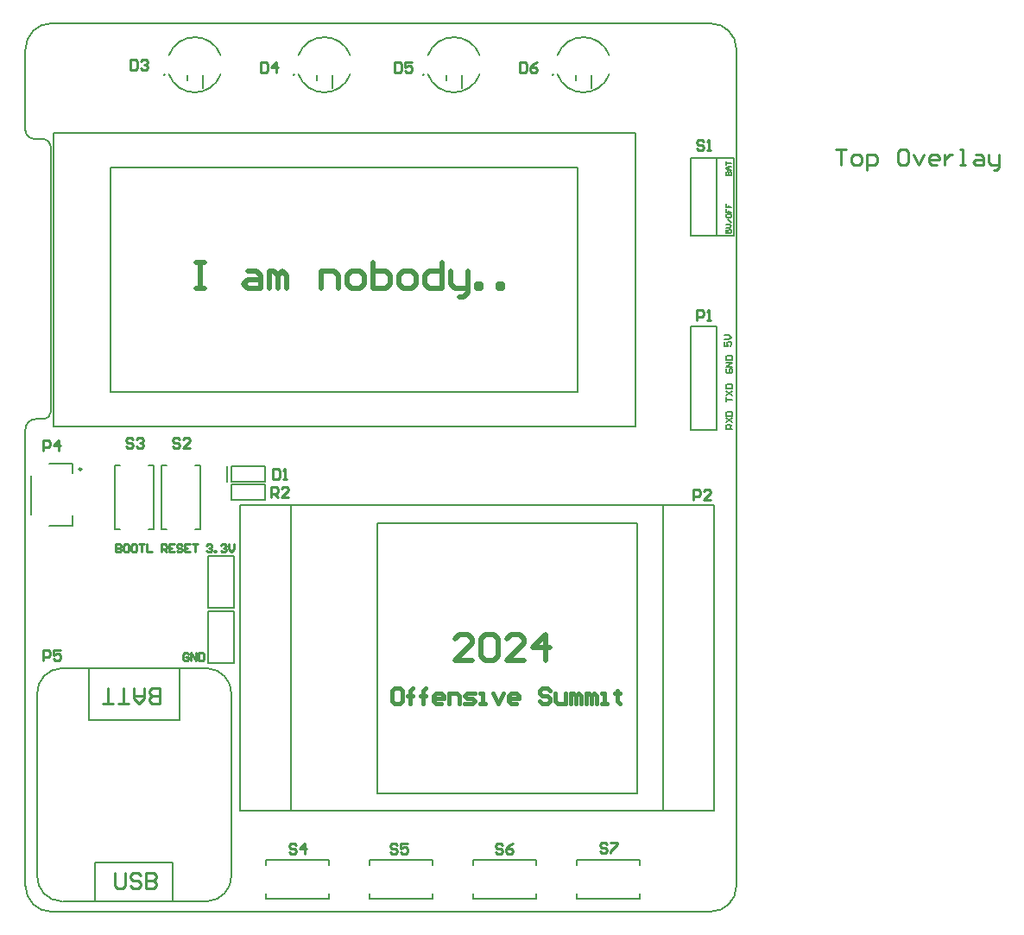
<source format=gto>
G04 Layer_Color=65535*
%FSLAX25Y25*%
%MOIN*%
G70*
G01*
G75*
%ADD13C,0.00800*%
%ADD14C,0.02000*%
%ADD15C,0.01500*%
%ADD16C,0.01000*%
%ADD17C,0.00799*%
%ADD45C,0.00984*%
%ADD46C,0.00787*%
%ADD47C,0.00500*%
D13*
X225355Y207227D02*
G03*
X205397Y207194I-9973J-3727D01*
G01*
X205385Y199838D02*
G03*
X225355Y199773I9997J3662D01*
G01*
X203882Y199600D02*
G03*
X203882Y199600I-300J0D01*
G01*
X153882D02*
G03*
X153882Y199600I-300J0D01*
G01*
X155385Y199838D02*
G03*
X175355Y199773I9997J3662D01*
G01*
Y207227D02*
G03*
X155397Y207194I-9973J-3727D01*
G01*
X125355Y207227D02*
G03*
X105397Y207194I-9973J-3727D01*
G01*
X105385Y199838D02*
G03*
X125355Y199773I9997J3662D01*
G01*
X103882Y199600D02*
G03*
X103882Y199600I-300J0D01*
G01*
X53882D02*
G03*
X53882Y199600I-300J0D01*
G01*
X55385Y199838D02*
G03*
X75354Y199773I9997J3662D01*
G01*
Y207227D02*
G03*
X55397Y207194I-9973J-3727D01*
G01*
X13875Y-29500D02*
G03*
X4500Y-39500I313J-9687D01*
G01*
Y-109500D02*
G03*
X13875Y-119500I9687J-313D01*
G01*
X70125D02*
G03*
X79500Y-109500I-313J9687D01*
G01*
Y-39500D02*
G03*
X70125Y-29500I-9687J313D01*
G01*
X102520Y-84555D02*
Y33555D01*
X246220Y-84555D02*
Y33555D01*
X82835D02*
X265905D01*
X82835Y-84555D02*
Y33555D01*
Y-84555D02*
X265905D01*
Y33555D01*
X135748Y26665D02*
X236142D01*
X135748Y-77665D02*
Y26665D01*
Y-77665D02*
X236142D01*
Y26665D01*
X24500Y-49500D02*
Y-29500D01*
Y-49500D02*
X59500D01*
Y-29500D01*
X27000Y-119500D02*
Y-104500D01*
X57000D01*
Y-119500D02*
Y-104500D01*
X4445Y-109685D02*
X4492Y-39591D01*
X14500Y-119500D02*
X70125D01*
X13875Y-29500D02*
X70125D01*
X79512Y-39319D02*
X79516Y-109500D01*
X92500Y42500D02*
Y48500D01*
X79500Y42500D02*
Y48500D01*
X92500D01*
X79500Y42500D02*
X92500D01*
X78000D02*
Y48500D01*
X79500Y41500D02*
X92500D01*
Y35500D02*
Y41500D01*
X79500Y35500D02*
X92500D01*
X79500D02*
Y41500D01*
X212795Y-118480D02*
Y-116512D01*
Y-105488D02*
Y-103520D01*
X237205Y-118480D02*
Y-116512D01*
Y-105488D02*
Y-103520D01*
X212795D02*
X237205D01*
X212795Y-118480D02*
X237205D01*
X10953Y177193D02*
X235363D01*
X273480Y137500D02*
Y167500D01*
X157205Y-105488D02*
Y-103520D01*
Y-118480D02*
Y-116512D01*
X132795Y-105488D02*
Y-103520D01*
Y-118480D02*
Y-116512D01*
Y-118480D02*
X157205D01*
X132795Y-103520D02*
X157205D01*
X117205Y-105488D02*
Y-103520D01*
Y-118480D02*
Y-116512D01*
X92795Y-105488D02*
Y-103520D01*
Y-118480D02*
Y-116512D01*
Y-118480D02*
X117205D01*
X92795Y-103520D02*
X117205D01*
X52520Y48705D02*
X54488D01*
X65512D02*
X67480D01*
X52520Y24295D02*
X54488D01*
X65512D02*
X67480D01*
Y48705D01*
X52520Y24295D02*
Y48705D01*
X47512Y24295D02*
X49480D01*
X34520D02*
X36488D01*
X47512Y48705D02*
X49480D01*
X34520D02*
X36488D01*
X34520Y24295D02*
Y48705D01*
X49480Y24295D02*
Y48705D01*
X172795Y-118480D02*
Y-116512D01*
Y-105488D02*
Y-103520D01*
X197205Y-118480D02*
Y-116512D01*
Y-105488D02*
Y-103520D01*
X172795D02*
X197205D01*
X172795Y-118480D02*
X197205D01*
X264500Y-123500D02*
G03*
X274500Y-113500I0J10000D01*
G01*
X274500Y209500D02*
G03*
X264500Y219500I-10000J0D01*
G01*
X10000Y219500D02*
G03*
X0Y209500I0J-10000D01*
G01*
Y-113500D02*
G03*
X10000Y-123500I10000J0D01*
G01*
X0Y178300D02*
G03*
X3400Y174900I3400J0D01*
G01*
X9800Y171500D02*
G03*
X6400Y174900I-3400J0D01*
G01*
X4000Y66700D02*
G03*
X0Y62700I0J-4000D01*
G01*
X7000Y66700D02*
G03*
X9800Y69500I0J2800D01*
G01*
X274500Y-113500D02*
Y209500D01*
X10000Y-123500D02*
X264500D01*
X0Y-113500D02*
Y62700D01*
X9800Y69500D02*
Y171500D01*
X0Y178300D02*
Y209500D01*
D14*
X172664Y-26500D02*
X166000D01*
X172664Y-19836D01*
Y-18169D01*
X170998Y-16503D01*
X167666D01*
X166000Y-18169D01*
X175997D02*
X177663Y-16503D01*
X180995D01*
X182661Y-18169D01*
Y-24834D01*
X180995Y-26500D01*
X177663D01*
X175997Y-24834D01*
Y-18169D01*
X192658Y-26500D02*
X185994D01*
X192658Y-19836D01*
Y-18169D01*
X190992Y-16503D01*
X187660D01*
X185994Y-18169D01*
X200989Y-26500D02*
Y-16503D01*
X195990Y-21502D01*
X202655D01*
X66000Y127329D02*
X69332D01*
X67666D01*
Y117332D01*
X66000D01*
X69332D01*
X85993Y123997D02*
X89326D01*
X90992Y122331D01*
Y117332D01*
X85993D01*
X84327Y118998D01*
X85993Y120665D01*
X90992D01*
X94324Y117332D02*
Y123997D01*
X95990D01*
X97656Y122331D01*
Y117332D01*
Y122331D01*
X99323Y123997D01*
X100989Y122331D01*
Y117332D01*
X114318D02*
Y123997D01*
X119316D01*
X120982Y122331D01*
Y117332D01*
X125981D02*
X129313D01*
X130979Y118998D01*
Y122331D01*
X129313Y123997D01*
X125981D01*
X124314Y122331D01*
Y118998D01*
X125981Y117332D01*
X134311Y127329D02*
Y117332D01*
X139310D01*
X140976Y118998D01*
Y120665D01*
Y122331D01*
X139310Y123997D01*
X134311D01*
X145974Y117332D02*
X149306D01*
X150972Y118998D01*
Y122331D01*
X149306Y123997D01*
X145974D01*
X144308Y122331D01*
Y118998D01*
X145974Y117332D01*
X160969Y127329D02*
Y117332D01*
X155971D01*
X154305Y118998D01*
Y122331D01*
X155971Y123997D01*
X160969D01*
X164302D02*
Y118998D01*
X165968Y117332D01*
X170966D01*
Y115666D01*
X169300Y114000D01*
X167634D01*
X170966Y117332D02*
Y123997D01*
X174298Y117332D02*
Y118998D01*
X175964D01*
Y117332D01*
X174298D01*
X182629D02*
Y118998D01*
X184295D01*
Y117332D01*
X182629D01*
D15*
X144499Y-37002D02*
X142500D01*
X141500Y-38002D01*
Y-42000D01*
X142500Y-43000D01*
X144499D01*
X145499Y-42000D01*
Y-38002D01*
X144499Y-37002D01*
X148498Y-43000D02*
Y-38002D01*
Y-40001D01*
X147498D01*
X149497D01*
X148498D01*
Y-38002D01*
X149497Y-37002D01*
X153496Y-43000D02*
Y-38002D01*
Y-40001D01*
X152496D01*
X154496D01*
X153496D01*
Y-38002D01*
X154496Y-37002D01*
X160494Y-43000D02*
X158494D01*
X157495Y-42000D01*
Y-40001D01*
X158494Y-39001D01*
X160494D01*
X161494Y-40001D01*
Y-41001D01*
X157495D01*
X163493Y-43000D02*
Y-39001D01*
X166492D01*
X167492Y-40001D01*
Y-43000D01*
X169491D02*
X172490D01*
X173490Y-42000D01*
X172490Y-41001D01*
X170491D01*
X169491Y-40001D01*
X170491Y-39001D01*
X173490D01*
X175489Y-43000D02*
X177488D01*
X176489D01*
Y-39001D01*
X175489D01*
X180487D02*
X182487Y-43000D01*
X184486Y-39001D01*
X189485Y-43000D02*
X187485D01*
X186485Y-42000D01*
Y-40001D01*
X187485Y-39001D01*
X189485D01*
X190484Y-40001D01*
Y-41001D01*
X186485D01*
X202480Y-38002D02*
X201481Y-37002D01*
X199481D01*
X198482Y-38002D01*
Y-39001D01*
X199481Y-40001D01*
X201481D01*
X202480Y-41001D01*
Y-42000D01*
X201481Y-43000D01*
X199481D01*
X198482Y-42000D01*
X204480Y-39001D02*
Y-42000D01*
X205479Y-43000D01*
X208478D01*
Y-39001D01*
X210478Y-43000D02*
Y-39001D01*
X211477D01*
X212477Y-40001D01*
Y-43000D01*
Y-40001D01*
X213477Y-39001D01*
X214476Y-40001D01*
Y-43000D01*
X216476D02*
Y-39001D01*
X217475D01*
X218475Y-40001D01*
Y-43000D01*
Y-40001D01*
X219475Y-39001D01*
X220474Y-40001D01*
Y-43000D01*
X222474D02*
X224473D01*
X223474D01*
Y-39001D01*
X222474D01*
X228472Y-38002D02*
Y-39001D01*
X227472D01*
X229471D01*
X228472D01*
Y-42000D01*
X229471Y-43000D01*
D16*
X70000Y17999D02*
X70500Y18499D01*
X71500D01*
X71999Y17999D01*
Y17499D01*
X71500Y16999D01*
X71000D01*
X71500D01*
X71999Y16500D01*
Y16000D01*
X71500Y15500D01*
X70500D01*
X70000Y16000D01*
X72999Y15500D02*
Y16000D01*
X73499D01*
Y15500D01*
X72999D01*
X75498Y17999D02*
X75998Y18499D01*
X76998D01*
X77498Y17999D01*
Y17499D01*
X76998Y16999D01*
X76498D01*
X76998D01*
X77498Y16500D01*
Y16000D01*
X76998Y15500D01*
X75998D01*
X75498Y16000D01*
X78497Y18499D02*
Y16500D01*
X79497Y15500D01*
X80497Y16500D01*
Y18499D01*
X62999Y-24001D02*
X62499Y-23501D01*
X61500D01*
X61000Y-24001D01*
Y-26000D01*
X61500Y-26500D01*
X62499D01*
X62999Y-26000D01*
Y-25001D01*
X62000D01*
X63999Y-26500D02*
Y-23501D01*
X65998Y-26500D01*
Y-23501D01*
X66998D02*
Y-26500D01*
X68498D01*
X68997Y-26000D01*
Y-24001D01*
X68498Y-23501D01*
X66998D01*
X259244Y104720D02*
Y108719D01*
X261243D01*
X261910Y108053D01*
Y106720D01*
X261243Y106053D01*
X259244D01*
X263243Y104720D02*
X264576D01*
X263909D01*
Y108719D01*
X263243Y108053D01*
X261910Y173935D02*
X261243Y174601D01*
X259910D01*
X259244Y173935D01*
Y173268D01*
X259910Y172602D01*
X261243D01*
X261910Y171935D01*
Y171269D01*
X261243Y170602D01*
X259910D01*
X259244Y171269D01*
X263243Y170602D02*
X264576D01*
X263909D01*
Y174601D01*
X263243Y173935D01*
X224666Y-97418D02*
X223999Y-96751D01*
X222666D01*
X222000Y-97418D01*
Y-98084D01*
X222666Y-98751D01*
X223999D01*
X224666Y-99417D01*
Y-100084D01*
X223999Y-100750D01*
X222666D01*
X222000Y-100084D01*
X225999Y-96751D02*
X228664D01*
Y-97418D01*
X225999Y-100084D01*
Y-100750D01*
X41666Y58832D02*
X40999Y59499D01*
X39666D01*
X39000Y58832D01*
Y58166D01*
X39666Y57499D01*
X40999D01*
X41666Y56833D01*
Y56166D01*
X40999Y55500D01*
X39666D01*
X39000Y56166D01*
X42999Y58832D02*
X43665Y59499D01*
X44998D01*
X45665Y58832D01*
Y58166D01*
X44998Y57499D01*
X44332D01*
X44998D01*
X45665Y56833D01*
Y56166D01*
X44998Y55500D01*
X43665D01*
X42999Y56166D01*
X184264Y-97668D02*
X183598Y-97001D01*
X182265D01*
X181598Y-97668D01*
Y-98334D01*
X182265Y-99001D01*
X183598D01*
X184264Y-99667D01*
Y-100334D01*
X183598Y-101000D01*
X182265D01*
X181598Y-100334D01*
X188263Y-97001D02*
X186930Y-97668D01*
X185597Y-99001D01*
Y-100334D01*
X186264Y-101000D01*
X187596D01*
X188263Y-100334D01*
Y-99667D01*
X187596Y-99001D01*
X185597D01*
X143666Y-97668D02*
X142999Y-97001D01*
X141666D01*
X141000Y-97668D01*
Y-98334D01*
X141666Y-99001D01*
X142999D01*
X143666Y-99667D01*
Y-100334D01*
X142999Y-101000D01*
X141666D01*
X141000Y-100334D01*
X147664Y-97001D02*
X144999D01*
Y-99001D01*
X146332Y-98334D01*
X146998D01*
X147664Y-99001D01*
Y-100334D01*
X146998Y-101000D01*
X145665D01*
X144999Y-100334D01*
X104666Y-97668D02*
X103999Y-97001D01*
X102666D01*
X102000Y-97668D01*
Y-98334D01*
X102666Y-99001D01*
X103999D01*
X104666Y-99667D01*
Y-100334D01*
X103999Y-101000D01*
X102666D01*
X102000Y-100334D01*
X107998Y-101000D02*
Y-97001D01*
X105999Y-99001D01*
X108665D01*
X59666Y58832D02*
X58999Y59499D01*
X57666D01*
X57000Y58832D01*
Y58166D01*
X57666Y57499D01*
X58999D01*
X59666Y56833D01*
Y56166D01*
X58999Y55500D01*
X57666D01*
X57000Y56166D01*
X63665Y55500D02*
X60999D01*
X63665Y58166D01*
Y58832D01*
X62998Y59499D01*
X61665D01*
X60999Y58832D01*
X95000Y36500D02*
Y40499D01*
X96999D01*
X97666Y39832D01*
Y38499D01*
X96999Y37833D01*
X95000D01*
X96333D02*
X97666Y36500D01*
X101664D02*
X98999D01*
X101664Y39166D01*
Y39832D01*
X100998Y40499D01*
X99665D01*
X98999Y39832D01*
X95653Y47499D02*
Y43500D01*
X97653D01*
X98319Y44166D01*
Y46832D01*
X97653Y47499D01*
X95653D01*
X99652Y43500D02*
X100985D01*
X100319D01*
Y47499D01*
X99652Y46832D01*
X7000Y-26500D02*
Y-22501D01*
X8999D01*
X9666Y-23168D01*
Y-24501D01*
X8999Y-25167D01*
X7000D01*
X13665Y-22501D02*
X10999D01*
Y-24501D01*
X12332Y-23834D01*
X12998D01*
X13665Y-24501D01*
Y-25834D01*
X12998Y-26500D01*
X11665D01*
X10999Y-25834D01*
X40382Y205499D02*
Y201500D01*
X42381D01*
X43048Y202167D01*
Y204832D01*
X42381Y205499D01*
X40382D01*
X44381Y204832D02*
X45047Y205499D01*
X46380D01*
X47046Y204832D01*
Y204166D01*
X46380Y203499D01*
X45713D01*
X46380D01*
X47046Y202833D01*
Y202167D01*
X46380Y201500D01*
X45047D01*
X44381Y202167D01*
X90921Y204499D02*
Y200500D01*
X92921D01*
X93587Y201167D01*
Y203832D01*
X92921Y204499D01*
X90921D01*
X96919Y200500D02*
Y204499D01*
X94920Y202499D01*
X97586D01*
X142382Y204499D02*
Y200500D01*
X144381D01*
X145048Y201167D01*
Y203832D01*
X144381Y204499D01*
X142382D01*
X149046D02*
X146381D01*
Y202499D01*
X147713Y203166D01*
X148380D01*
X149046Y202499D01*
Y201167D01*
X148380Y200500D01*
X147047D01*
X146381Y201167D01*
X190842Y204499D02*
Y200500D01*
X192842D01*
X193508Y201167D01*
Y203832D01*
X192842Y204499D01*
X190842D01*
X197507D02*
X196174Y203832D01*
X194841Y202499D01*
Y201167D01*
X195508Y200500D01*
X196841D01*
X197507Y201167D01*
Y201833D01*
X196841Y202499D01*
X194841D01*
X7000Y54500D02*
Y58499D01*
X8999D01*
X9666Y57832D01*
Y56499D01*
X8999Y55833D01*
X7000D01*
X12998Y54500D02*
Y58499D01*
X10999Y56499D01*
X13665D01*
X258000Y35500D02*
Y39499D01*
X259999D01*
X260666Y38832D01*
Y37499D01*
X259999Y36833D01*
X258000D01*
X264665Y35500D02*
X261999D01*
X264665Y38166D01*
Y38832D01*
X263998Y39499D01*
X262665D01*
X261999Y38832D01*
X35000Y18499D02*
Y15500D01*
X36500D01*
X36999Y16000D01*
Y16500D01*
X36500Y16999D01*
X35000D01*
X36500D01*
X36999Y17499D01*
Y17999D01*
X36500Y18499D01*
X35000D01*
X39499D02*
X38499D01*
X37999Y17999D01*
Y16000D01*
X38499Y15500D01*
X39499D01*
X39998Y16000D01*
Y17999D01*
X39499Y18499D01*
X42498D02*
X41498D01*
X40998Y17999D01*
Y16000D01*
X41498Y15500D01*
X42498D01*
X42997Y16000D01*
Y17999D01*
X42498Y18499D01*
X43997D02*
X45996D01*
X44997D01*
Y15500D01*
X46996Y18499D02*
Y15500D01*
X48996D01*
X52500D02*
Y18499D01*
X54000D01*
X54499Y17999D01*
Y16999D01*
X54000Y16500D01*
X52500D01*
X53500D02*
X54499Y15500D01*
X57498Y18499D02*
X55499D01*
Y15500D01*
X57498D01*
X55499Y16999D02*
X56499D01*
X60497Y17999D02*
X59998Y18499D01*
X58998D01*
X58498Y17999D01*
Y17499D01*
X58998Y16999D01*
X59998D01*
X60497Y16500D01*
Y16000D01*
X59998Y15500D01*
X58998D01*
X58498Y16000D01*
X63496Y18499D02*
X61497D01*
Y15500D01*
X63496D01*
X61497Y16999D02*
X62497D01*
X64496Y18499D02*
X66496D01*
X65496D01*
Y15500D01*
X34500Y-108502D02*
Y-113500D01*
X35500Y-114500D01*
X37499D01*
X38499Y-113500D01*
Y-108502D01*
X44497Y-109502D02*
X43497Y-108502D01*
X41498D01*
X40498Y-109502D01*
Y-110501D01*
X41498Y-111501D01*
X43497D01*
X44497Y-112501D01*
Y-113500D01*
X43497Y-114500D01*
X41498D01*
X40498Y-113500D01*
X46496Y-108502D02*
Y-114500D01*
X49495D01*
X50495Y-113500D01*
Y-112501D01*
X49495Y-111501D01*
X46496D01*
X49495D01*
X50495Y-110501D01*
Y-109502D01*
X49495Y-108502D01*
X46496D01*
X52000Y-42998D02*
Y-37000D01*
X49001D01*
X48001Y-38000D01*
Y-38999D01*
X49001Y-39999D01*
X52000D01*
X49001D01*
X48001Y-40999D01*
Y-41998D01*
X49001Y-42998D01*
X52000D01*
X46002Y-37000D02*
Y-40999D01*
X44003Y-42998D01*
X42003Y-40999D01*
Y-37000D01*
Y-39999D01*
X46002D01*
X40004Y-42998D02*
X36005D01*
X38004D01*
Y-37000D01*
X34006Y-42998D02*
X30007D01*
X32006D01*
Y-37000D01*
X312725Y170841D02*
X316723D01*
X314724D01*
Y164843D01*
X319722D02*
X321722D01*
X322722Y165842D01*
Y167842D01*
X321722Y168841D01*
X319722D01*
X318723Y167842D01*
Y165842D01*
X319722Y164843D01*
X324721Y162843D02*
Y168841D01*
X327720D01*
X328719Y167842D01*
Y165842D01*
X327720Y164843D01*
X324721D01*
X339716Y170841D02*
X337717D01*
X336717Y169841D01*
Y165842D01*
X337717Y164843D01*
X339716D01*
X340716Y165842D01*
Y169841D01*
X339716Y170841D01*
X342715Y168841D02*
X344714Y164843D01*
X346714Y168841D01*
X351712Y164843D02*
X349713D01*
X348713Y165842D01*
Y167842D01*
X349713Y168841D01*
X351712D01*
X352712Y167842D01*
Y166842D01*
X348713D01*
X354711Y168841D02*
Y164843D01*
Y166842D01*
X355711Y167842D01*
X356711Y168841D01*
X357710D01*
X360709Y164843D02*
X362708D01*
X361709D01*
Y170841D01*
X360709D01*
X366707Y168841D02*
X368707D01*
X369706Y167842D01*
Y164843D01*
X366707D01*
X365708Y165842D01*
X366707Y166842D01*
X369706D01*
X371706Y168841D02*
Y165842D01*
X372705Y164843D01*
X375704D01*
Y163843D01*
X374705Y162843D01*
X373705D01*
X375704Y164843D02*
Y168841D01*
D17*
X218582Y194600D02*
Y199600D01*
X212382Y197400D02*
Y199600D01*
X162382Y197400D02*
Y199600D01*
X168582Y194600D02*
Y199600D01*
X118582Y194600D02*
Y199600D01*
X112382Y197400D02*
Y199600D01*
X62382Y197400D02*
Y199600D01*
X68582Y194600D02*
Y199600D01*
X70500Y-6000D02*
X80500D01*
Y14000D01*
X70500D02*
X80500D01*
X70500Y-6000D02*
Y14000D01*
Y-27500D02*
X80500D01*
Y-7500D01*
X70500D02*
X80500D01*
X70500Y-27500D02*
Y-7500D01*
X235363Y63807D02*
Y177193D01*
X10953Y63807D02*
X235363D01*
X10953D02*
Y177193D01*
X33000Y163807D02*
X213315D01*
Y77193D02*
Y163807D01*
X33000Y77193D02*
X213315D01*
X33000D02*
Y163807D01*
X267000Y167500D02*
X273480D01*
X267000Y137500D02*
X273480D01*
X10000Y219500D02*
X264500D01*
X3400Y174900D02*
X6400D01*
X4000Y66700D02*
X7000D01*
D45*
X21620Y47405D02*
G03*
X21620Y47405I-492J0D01*
G01*
D46*
X9128Y49406D02*
X18128D01*
X9128Y25405D02*
X18128D01*
Y45906D02*
Y49406D01*
Y25405D02*
Y29406D01*
X2128Y29906D02*
Y44905D01*
X257000Y137500D02*
X267000D01*
X257000D02*
Y167500D01*
X267000D01*
Y137500D02*
Y167500D01*
X257000Y62500D02*
X267000D01*
X257000D02*
Y102500D01*
X267000Y62500D02*
Y102500D01*
X257000D02*
X267000D01*
D47*
X270501Y161000D02*
X272500D01*
Y162000D01*
X272167Y162333D01*
X271834D01*
X271500Y162000D01*
Y161000D01*
Y162000D01*
X271167Y162333D01*
X270834D01*
X270501Y162000D01*
Y161000D01*
X272500Y162999D02*
X271167D01*
X270501Y163666D01*
X271167Y164332D01*
X272500D01*
X271500D01*
Y162999D01*
X270501Y164999D02*
Y166332D01*
Y165665D01*
X272500D01*
X270501Y139833D02*
Y138500D01*
X271500D01*
X271167Y139166D01*
Y139500D01*
X271500Y139833D01*
X272167D01*
X272500Y139500D01*
Y138833D01*
X272167Y138500D01*
X270501Y140499D02*
X271834D01*
X272500Y141166D01*
X271834Y141832D01*
X270501D01*
X272500Y142499D02*
X271167Y143832D01*
X270501Y145498D02*
Y144831D01*
X270834Y144498D01*
X272167D01*
X272500Y144831D01*
Y145498D01*
X272167Y145831D01*
X270834D01*
X270501Y145498D01*
Y147830D02*
Y146497D01*
X271500D01*
Y147164D01*
Y146497D01*
X272500D01*
X270501Y149830D02*
Y148497D01*
X271500D01*
Y149163D01*
Y148497D01*
X272500D01*
X270917Y86166D02*
X270501Y85750D01*
Y84917D01*
X270917Y84500D01*
X272584D01*
X273000Y84917D01*
Y85750D01*
X272584Y86166D01*
X271750D01*
Y85333D01*
X273000Y86999D02*
X270501D01*
X273000Y88665D01*
X270501D01*
Y89498D02*
X273000D01*
Y90748D01*
X272584Y91164D01*
X270917D01*
X270501Y90748D01*
Y89498D01*
Y73500D02*
Y75166D01*
Y74333D01*
X273000D01*
X270501Y75999D02*
X273000Y77665D01*
X270501D02*
X273000Y75999D01*
X270501Y78498D02*
X273000D01*
Y79748D01*
X272584Y80164D01*
X270917D01*
X270501Y79748D01*
Y78498D01*
X273000Y63000D02*
X270501D01*
Y64250D01*
X270917Y64666D01*
X271750D01*
X272167Y64250D01*
Y63000D01*
Y63833D02*
X273000Y64666D01*
X270501Y65499D02*
X273000Y67165D01*
X270501D02*
X273000Y65499D01*
X270501Y67998D02*
X273000D01*
Y69248D01*
X272584Y69665D01*
X270917D01*
X270501Y69248D01*
Y67998D01*
X270001Y96666D02*
Y95000D01*
X271250D01*
X270834Y95833D01*
Y96250D01*
X271250Y96666D01*
X272083D01*
X272500Y96250D01*
Y95416D01*
X272083Y95000D01*
X270001Y97499D02*
X271667D01*
X272500Y98332D01*
X271667Y99165D01*
X270001D01*
M02*

</source>
